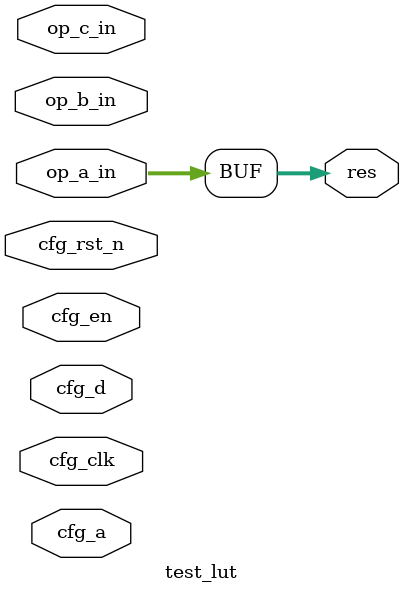
<source format=sv>

module  test_lut  #(
  parameter DataWidth = 16
) (
  input                  cfg_clk,
  input                  cfg_rst_n,
  input  [31:0]          cfg_d,
  input  [7:0]           cfg_a,
  input                  cfg_en,

  input  [DataWidth-1:0] op_a_in,
  input  [DataWidth-1:0] op_b_in,

  input               op_c_in,

  output logic [DataWidth-1:0] res
);

   assign res = op_a_in;
// genvar ggg;
// generate
//   for (ggg = 0; ggg < DataWidth; ggg = ggg +1) begin : GEN_LUT

//     logic [7:0] lut;

//     always_ff @(posedge cfg_clk or negedge cfg_rst_n) begin
//       if(~cfg_rst_n) begin
//         lut   <= 8'h0;
//       end else if(cfg_en && (cfg_a == $unsigned(ggg/4)) ) begin
//         lut   <= cfg_d[7: 0];
//       end
//     end

//     assign res[ggg] = lut[{op_c_in, op_b_in[ggg], op_a_in[ggg]}];
//   end
// endgenerate


// logic [31:0] nc_cfg_d;
// assign nc_cfg_d = cfg_d;

endmodule





</source>
